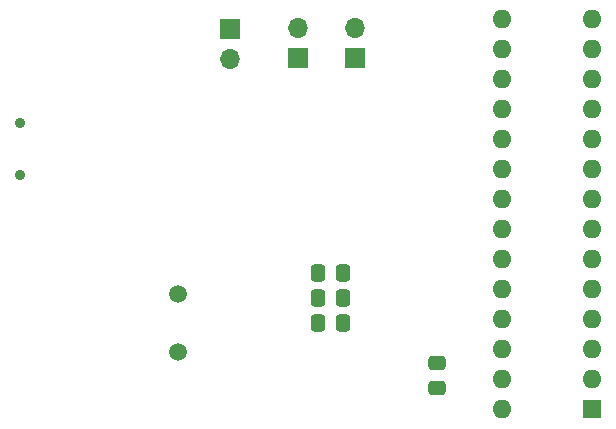
<source format=gbr>
G04 #@! TF.GenerationSoftware,KiCad,Pcbnew,6.0.2-378541a8eb~116~ubuntu20.04.1*
G04 #@! TF.CreationDate,2022-02-17T23:44:55+01:00*
G04 #@! TF.ProjectId,minimig-arm-controller-0805,6d696e69-6d69-4672-9d61-726d2d636f6e,rev?*
G04 #@! TF.SameCoordinates,Original*
G04 #@! TF.FileFunction,Soldermask,Bot*
G04 #@! TF.FilePolarity,Negative*
%FSLAX46Y46*%
G04 Gerber Fmt 4.6, Leading zero omitted, Abs format (unit mm)*
G04 Created by KiCad (PCBNEW 6.0.2-378541a8eb~116~ubuntu20.04.1) date 2022-02-17 23:44:55*
%MOMM*%
%LPD*%
G01*
G04 APERTURE LIST*
G04 Aperture macros list*
%AMRoundRect*
0 Rectangle with rounded corners*
0 $1 Rounding radius*
0 $2 $3 $4 $5 $6 $7 $8 $9 X,Y pos of 4 corners*
0 Add a 4 corners polygon primitive as box body*
4,1,4,$2,$3,$4,$5,$6,$7,$8,$9,$2,$3,0*
0 Add four circle primitives for the rounded corners*
1,1,$1+$1,$2,$3*
1,1,$1+$1,$4,$5*
1,1,$1+$1,$6,$7*
1,1,$1+$1,$8,$9*
0 Add four rect primitives between the rounded corners*
20,1,$1+$1,$2,$3,$4,$5,0*
20,1,$1+$1,$4,$5,$6,$7,0*
20,1,$1+$1,$6,$7,$8,$9,0*
20,1,$1+$1,$8,$9,$2,$3,0*%
G04 Aperture macros list end*
%ADD10R,1.600000X1.600000*%
%ADD11O,1.600000X1.600000*%
%ADD12R,1.700000X1.700000*%
%ADD13O,1.700000X1.700000*%
%ADD14C,1.500000*%
%ADD15RoundRect,0.250000X-0.337500X-0.475000X0.337500X-0.475000X0.337500X0.475000X-0.337500X0.475000X0*%
%ADD16RoundRect,0.250000X0.337500X0.475000X-0.337500X0.475000X-0.337500X-0.475000X0.337500X-0.475000X0*%
%ADD17RoundRect,0.250000X-0.475000X0.337500X-0.475000X-0.337500X0.475000X-0.337500X0.475000X0.337500X0*%
%ADD18C,0.900000*%
G04 APERTURE END LIST*
D10*
G04 #@! TO.C,U2*
X155000000Y-56000000D03*
D11*
X155000000Y-53460000D03*
X155000000Y-50920000D03*
X155000000Y-48380000D03*
X155000000Y-45840000D03*
X155000000Y-43300000D03*
X155000000Y-40760000D03*
X155000000Y-38220000D03*
X155000000Y-35680000D03*
X155000000Y-33140000D03*
X155000000Y-30600000D03*
X155000000Y-28060000D03*
X155000000Y-25520000D03*
X155000000Y-22980000D03*
X147380000Y-22980000D03*
X147380000Y-25520000D03*
X147380000Y-28060000D03*
X147380000Y-30600000D03*
X147380000Y-33140000D03*
X147380000Y-35680000D03*
X147380000Y-38220000D03*
X147380000Y-40760000D03*
X147380000Y-43300000D03*
X147380000Y-45840000D03*
X147380000Y-48380000D03*
X147380000Y-50920000D03*
X147380000Y-53460000D03*
X147380000Y-56000000D03*
G04 #@! TD*
D12*
G04 #@! TO.C,JP1*
X130120400Y-26234400D03*
D13*
X130120400Y-23694400D03*
G04 #@! TD*
D12*
G04 #@! TO.C,JP2*
X134946400Y-26234400D03*
D13*
X134946400Y-23694400D03*
G04 #@! TD*
D14*
G04 #@! TO.C,X1*
X119980000Y-51110000D03*
X119980000Y-46230000D03*
G04 #@! TD*
D15*
G04 #@! TO.C,C3*
X133907500Y-44430000D03*
X131832500Y-44430000D03*
G04 #@! TD*
D16*
G04 #@! TO.C,C15*
X133927500Y-48660000D03*
X131852500Y-48660000D03*
G04 #@! TD*
D17*
G04 #@! TO.C,C17*
X141890000Y-52082500D03*
X141890000Y-54157500D03*
G04 #@! TD*
D12*
G04 #@! TO.C,J1*
X124380000Y-23796000D03*
D13*
X124380000Y-26336000D03*
G04 #@! TD*
D15*
G04 #@! TO.C,C14*
X133917500Y-46550000D03*
X131842500Y-46550000D03*
G04 #@! TD*
D18*
G04 #@! TO.C,CN1*
X106600000Y-36176000D03*
X106600000Y-31776000D03*
G04 #@! TD*
M02*

</source>
